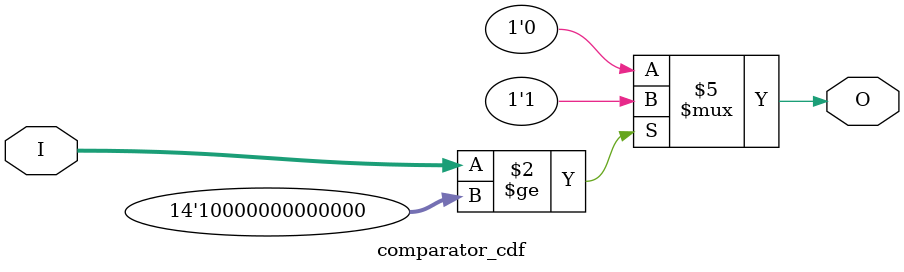
<source format=sv>
module comparator_cdf(I,O);
input [13:0] I; //modified to carry 16383
output reg O; 
genvar k; // Declare a generate variable

initial
begin
O=0; //initial output to 0
end
 

always @(*) begin
    if (I >= 14'd8192) begin
        O = 1'b1; //output 1 if greater than median
    end
    else begin
        O = 1'b0; //output 0 if less than median
    end
end


endmodule
</source>
